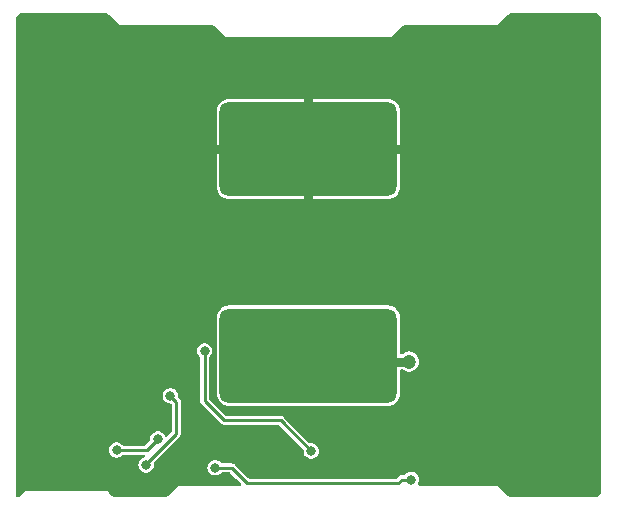
<source format=gbr>
%TF.GenerationSoftware,KiCad,Pcbnew,7.0.10*%
%TF.CreationDate,2024-03-23T21:36:50+11:00*%
%TF.ProjectId,cptibp1a-pcb,63707469-6270-4316-912d-7063622e6b69,rev?*%
%TF.SameCoordinates,Original*%
%TF.FileFunction,Copper,L2,Bot*%
%TF.FilePolarity,Positive*%
%FSLAX46Y46*%
G04 Gerber Fmt 4.6, Leading zero omitted, Abs format (unit mm)*
G04 Created by KiCad (PCBNEW 7.0.10) date 2024-03-23 21:36:50*
%MOMM*%
%LPD*%
G01*
G04 APERTURE LIST*
G04 Aperture macros list*
%AMRoundRect*
0 Rectangle with rounded corners*
0 $1 Rounding radius*
0 $2 $3 $4 $5 $6 $7 $8 $9 X,Y pos of 4 corners*
0 Add a 4 corners polygon primitive as box body*
4,1,4,$2,$3,$4,$5,$6,$7,$8,$9,$2,$3,0*
0 Add four circle primitives for the rounded corners*
1,1,$1+$1,$2,$3*
1,1,$1+$1,$4,$5*
1,1,$1+$1,$6,$7*
1,1,$1+$1,$8,$9*
0 Add four rect primitives between the rounded corners*
20,1,$1+$1,$2,$3,$4,$5,0*
20,1,$1+$1,$4,$5,$6,$7,0*
20,1,$1+$1,$6,$7,$8,$9,0*
20,1,$1+$1,$8,$9,$2,$3,0*%
G04 Aperture macros list end*
%TA.AperFunction,ComponentPad*%
%ADD10O,1.600000X0.800000*%
%TD*%
%TA.AperFunction,ComponentPad*%
%ADD11O,0.750000X1.550000*%
%TD*%
%TA.AperFunction,SMDPad,CuDef*%
%ADD12RoundRect,0.800000X-6.700000X3.200000X-6.700000X-3.200000X6.700000X-3.200000X6.700000X3.200000X0*%
%TD*%
%TA.AperFunction,SMDPad,CuDef*%
%ADD13RoundRect,0.800000X6.700000X-3.200000X6.700000X3.200000X-6.700000X3.200000X-6.700000X-3.200000X0*%
%TD*%
%TA.AperFunction,ViaPad*%
%ADD14C,0.800000*%
%TD*%
%TA.AperFunction,ViaPad*%
%ADD15C,1.200000*%
%TD*%
%TA.AperFunction,Conductor*%
%ADD16C,0.800000*%
%TD*%
%TA.AperFunction,Conductor*%
%ADD17C,0.250000*%
%TD*%
G04 APERTURE END LIST*
D10*
%TO.P,J1,S1,SHIELD*%
%TO.N,/GND*%
X-23000000Y-37300000D03*
%TO.P,J1,S2,SHIELD__1*%
X-18000000Y-37300000D03*
D11*
%TO.P,J1,S3,SHIELD__2*%
X-24025000Y-40000000D03*
%TO.P,J1,S6,SHIELD__5*%
X-16975000Y-40000000D03*
%TD*%
D12*
%TO.P,J3,1,Pin_1*%
%TO.N,/GND*%
X0Y-12000000D03*
%TD*%
D13*
%TO.P,J2,1,Pin_1*%
%TO.N,/VOUTF*%
X0Y-29500000D03*
%TD*%
D14*
%TO.N,/GND*%
X2700000Y-34200000D03*
X-23800000Y-35300000D03*
X-10400000Y-35300000D03*
X-12000000Y-35300000D03*
X-16800000Y-32900000D03*
X22900000Y-38700000D03*
X-9750000Y-32350000D03*
X7200000Y-39000000D03*
X2500000Y-39000000D03*
X4600000Y-39000000D03*
X-9300000Y-35300000D03*
X9200000Y-38700000D03*
X-13000000Y-34200000D03*
X18200000Y-38700000D03*
X7200000Y-37900000D03*
X-900000Y-37600000D03*
X4600000Y-37900000D03*
X400000Y-35700000D03*
X-4900000Y-36300000D03*
X13800000Y-38700000D03*
X-7150000Y-40000000D03*
X-13000000Y-33100000D03*
X-13000000Y-35300000D03*
%TO.N,/CHG*%
X-11700000Y-32900000D03*
X-13750000Y-38750000D03*
%TO.N,/PROG*%
X-16254505Y-37504505D03*
X-12750000Y-36550000D03*
%TO.N,/EN*%
X234641Y-37574142D03*
X-8800000Y-29100000D03*
%TO.N,/VOUTF*%
X-7900000Y-39000000D03*
D15*
X8500000Y-30000000D03*
D14*
X8700000Y-40000000D03*
%TD*%
D16*
%TO.N,/GND*%
X0Y-12000000D02*
X0Y-17000000D01*
X0Y-12000000D02*
X0Y-7000000D01*
X0Y-12000000D02*
X-9000000Y-12000000D01*
X0Y-12000000D02*
X9500000Y-12000000D01*
D17*
%TO.N,/CHG*%
X-11200000Y-33400000D02*
X-11700000Y-32900000D01*
X-13750000Y-38750000D02*
X-13750000Y-38650000D01*
X-13750000Y-38650000D02*
X-11200000Y-36100000D01*
X-11200000Y-36100000D02*
X-11200000Y-33400000D01*
%TO.N,/PROG*%
X-12750000Y-36550000D02*
X-13704505Y-37504505D01*
X-13704505Y-37504505D02*
X-16254505Y-37504505D01*
%TO.N,/EN*%
X-8800000Y-33325000D02*
X-8800000Y-29100000D01*
X-7150000Y-34975000D02*
X-8800000Y-33325000D01*
X234641Y-37574142D02*
X-2364501Y-34975000D01*
X-2364501Y-34975000D02*
X-7150000Y-34975000D01*
%TO.N,/VOUTF*%
X-5200000Y-40300000D02*
X7600000Y-40300000D01*
X7900000Y-40000000D02*
X8700000Y-40000000D01*
X-7900000Y-39000000D02*
X-6500000Y-39000000D01*
D16*
X8500000Y-30000000D02*
X0Y-30000000D01*
D17*
X7600000Y-40300000D02*
X7900000Y-40000000D01*
X-6500000Y-39000000D02*
X-5200000Y-40300000D01*
%TD*%
%TA.AperFunction,Conductor*%
%TO.N,/GND*%
G36*
X-17199047Y-501061D02*
G01*
X-17093882Y-514906D01*
X-17062616Y-523284D01*
X-16972191Y-560739D01*
X-16944157Y-576924D01*
X-16859996Y-641503D01*
X-16847809Y-652190D01*
X-16000000Y-1500000D01*
X-8215233Y-1500000D01*
X-8199047Y-1501061D01*
X-8093882Y-1514906D01*
X-8062616Y-1523284D01*
X-7972191Y-1560739D01*
X-7944157Y-1576924D01*
X-7859996Y-1641503D01*
X-7847809Y-1652190D01*
X-7000000Y-2500000D01*
X6792886Y-2500000D01*
X6792893Y-2500000D01*
X7000000Y-2500000D01*
X7847809Y-1652190D01*
X7859996Y-1641503D01*
X7944157Y-1576924D01*
X7972191Y-1560739D01*
X8062616Y-1523284D01*
X8093882Y-1514906D01*
X8199048Y-1501061D01*
X8215233Y-1500000D01*
X15793583Y-1500000D01*
X15793588Y-1500000D01*
X16000000Y-1500000D01*
X16502378Y-1000000D01*
X16852725Y-651311D01*
X16864875Y-640702D01*
X16948927Y-576469D01*
X16976889Y-560384D01*
X17067099Y-523144D01*
X17098276Y-514817D01*
X17140963Y-509214D01*
X17203139Y-501054D01*
X17219275Y-500000D01*
X24241874Y-500000D01*
X24258059Y-501061D01*
X24363223Y-514906D01*
X24394491Y-523284D01*
X24484918Y-560740D01*
X24512952Y-576925D01*
X24590602Y-636509D01*
X24613491Y-659398D01*
X24673074Y-737048D01*
X24689259Y-765081D01*
X24726715Y-855508D01*
X24735093Y-886775D01*
X24748939Y-991939D01*
X24750000Y-1008125D01*
X24750000Y-40991874D01*
X24748939Y-41008060D01*
X24735093Y-41113224D01*
X24726715Y-41144491D01*
X24689259Y-41234918D01*
X24673074Y-41262951D01*
X24613491Y-41340601D01*
X24590601Y-41363491D01*
X24512951Y-41423074D01*
X24484918Y-41439259D01*
X24394491Y-41476715D01*
X24363224Y-41485093D01*
X24269398Y-41497446D01*
X24258058Y-41498939D01*
X24241874Y-41500000D01*
X17215233Y-41500000D01*
X17199048Y-41498939D01*
X17186024Y-41497224D01*
X17093882Y-41485093D01*
X17062616Y-41476715D01*
X16972191Y-41439260D01*
X16944157Y-41423075D01*
X16859996Y-41358496D01*
X16847801Y-41347801D01*
X16146452Y-40646451D01*
X16146445Y-40646445D01*
X16000000Y-40500000D01*
X15792893Y-40500000D01*
X15792886Y-40500000D01*
X9381554Y-40500000D01*
X9314515Y-40480315D01*
X9268760Y-40427511D01*
X9258816Y-40358353D01*
X9277209Y-40311417D01*
X9276733Y-40311167D01*
X9279001Y-40306844D01*
X9279506Y-40305557D01*
X9280220Y-40304523D01*
X9336237Y-40156818D01*
X9355278Y-40000000D01*
X9336237Y-39843182D01*
X9280220Y-39695477D01*
X9190483Y-39565470D01*
X9072240Y-39460717D01*
X9072238Y-39460716D01*
X9072237Y-39460715D01*
X8932365Y-39387303D01*
X8778986Y-39349500D01*
X8778985Y-39349500D01*
X8621015Y-39349500D01*
X8621014Y-39349500D01*
X8467634Y-39387303D01*
X8327762Y-39460715D01*
X8209516Y-39565470D01*
X8207089Y-39568987D01*
X8205742Y-39570938D01*
X8151463Y-39614929D01*
X8103692Y-39624500D01*
X7951804Y-39624500D01*
X7926359Y-39621861D01*
X7915732Y-39619633D01*
X7884324Y-39623548D01*
X7868986Y-39624500D01*
X7868886Y-39624500D01*
X7848400Y-39627918D01*
X7843338Y-39628656D01*
X7833699Y-39629857D01*
X7791370Y-39635134D01*
X7783857Y-39637371D01*
X7776386Y-39639936D01*
X7730371Y-39664837D01*
X7725820Y-39667180D01*
X7678792Y-39690171D01*
X7672375Y-39694753D01*
X7666175Y-39699579D01*
X7630731Y-39738081D01*
X7627185Y-39741777D01*
X7480779Y-39888182D01*
X7419459Y-39921666D01*
X7393100Y-39924500D01*
X-4993101Y-39924500D01*
X-5060140Y-39904815D01*
X-5080782Y-39888181D01*
X-6197852Y-38771108D01*
X-6213976Y-38751254D01*
X-6219914Y-38742165D01*
X-6219915Y-38742164D01*
X-6244896Y-38722720D01*
X-6256388Y-38712574D01*
X-6256479Y-38712483D01*
X-6256489Y-38712474D01*
X-6273397Y-38700402D01*
X-6277503Y-38697341D01*
X-6318808Y-38665192D01*
X-6325729Y-38661447D01*
X-6332804Y-38657988D01*
X-6382955Y-38643057D01*
X-6387831Y-38641495D01*
X-6437338Y-38624500D01*
X-6445080Y-38623208D01*
X-6452914Y-38622231D01*
X-6503746Y-38624334D01*
X-6505193Y-38624394D01*
X-6510316Y-38624500D01*
X-7303692Y-38624500D01*
X-7370731Y-38604815D01*
X-7405742Y-38570938D01*
X-7407089Y-38568987D01*
X-7409516Y-38565470D01*
X-7527762Y-38460715D01*
X-7667634Y-38387303D01*
X-7821014Y-38349500D01*
X-7821015Y-38349500D01*
X-7978985Y-38349500D01*
X-7978986Y-38349500D01*
X-8132365Y-38387303D01*
X-8272237Y-38460715D01*
X-8272238Y-38460716D01*
X-8272240Y-38460717D01*
X-8390483Y-38565470D01*
X-8480220Y-38695477D01*
X-8536237Y-38843182D01*
X-8555278Y-39000000D01*
X-8536237Y-39156818D01*
X-8480220Y-39304523D01*
X-8390483Y-39434530D01*
X-8272240Y-39539283D01*
X-8132365Y-39612696D01*
X-7978985Y-39650500D01*
X-7821014Y-39650500D01*
X-7667634Y-39612696D01*
X-7527762Y-39539284D01*
X-7527760Y-39539283D01*
X-7409517Y-39434530D01*
X-7409515Y-39434528D01*
X-7408163Y-39432569D01*
X-7405742Y-39429061D01*
X-7351463Y-39385071D01*
X-7303692Y-39375500D01*
X-6706899Y-39375500D01*
X-6639860Y-39395185D01*
X-6619217Y-39411819D01*
X-6106537Y-39924500D01*
X-5742717Y-40288319D01*
X-5709232Y-40349642D01*
X-5714216Y-40419333D01*
X-5756088Y-40475267D01*
X-5821552Y-40499684D01*
X-5830398Y-40500000D01*
X-10792886Y-40500000D01*
X-10792893Y-40500000D01*
X-11000000Y-40500000D01*
X-11146445Y-40646445D01*
X-11146452Y-40646451D01*
X-11847801Y-41347801D01*
X-11859996Y-41358496D01*
X-11944157Y-41423075D01*
X-11972191Y-41439260D01*
X-12062616Y-41476715D01*
X-12093882Y-41485093D01*
X-12186024Y-41497224D01*
X-12199048Y-41498939D01*
X-12215233Y-41500000D01*
X-16284767Y-41500000D01*
X-16300951Y-41498939D01*
X-16312291Y-41497446D01*
X-16406117Y-41485093D01*
X-16437383Y-41476715D01*
X-16527808Y-41439260D01*
X-16555842Y-41423075D01*
X-16640003Y-41358496D01*
X-16652198Y-41347801D01*
X-16853547Y-41146451D01*
X-16853554Y-41146445D01*
X-16853558Y-41146441D01*
X-17000000Y-41000000D01*
X-17207107Y-41000000D01*
X-17207114Y-41000000D01*
X-23792886Y-41000000D01*
X-23792893Y-41000000D01*
X-24000000Y-41000000D01*
X-24146445Y-41146445D01*
X-24146451Y-41146450D01*
X-24402975Y-41402975D01*
X-24421765Y-41418396D01*
X-24489007Y-41463326D01*
X-24533702Y-41481840D01*
X-24596644Y-41494359D01*
X-24652960Y-41492507D01*
X-24654466Y-41492103D01*
X-24714116Y-41455721D01*
X-24742112Y-41404435D01*
X-24745774Y-41390770D01*
X-24750000Y-41358673D01*
X-24750000Y-37504505D01*
X-16909783Y-37504505D01*
X-16890742Y-37661323D01*
X-16834725Y-37809028D01*
X-16744988Y-37939035D01*
X-16626745Y-38043788D01*
X-16486870Y-38117201D01*
X-16333490Y-38155005D01*
X-16175519Y-38155005D01*
X-16022139Y-38117201D01*
X-15882267Y-38043789D01*
X-15882265Y-38043788D01*
X-15764022Y-37939035D01*
X-15764020Y-37939033D01*
X-15762668Y-37937074D01*
X-15760247Y-37933566D01*
X-15705968Y-37889576D01*
X-15658197Y-37880005D01*
X-13959694Y-37880005D01*
X-13892655Y-37899690D01*
X-13846900Y-37952494D01*
X-13836956Y-38021652D01*
X-13865981Y-38085208D01*
X-13924759Y-38122982D01*
X-13930019Y-38124402D01*
X-13982366Y-38137304D01*
X-14122237Y-38210715D01*
X-14122238Y-38210716D01*
X-14122240Y-38210717D01*
X-14240483Y-38315470D01*
X-14330220Y-38445477D01*
X-14353684Y-38507346D01*
X-14386237Y-38593181D01*
X-14401392Y-38717999D01*
X-14405278Y-38750000D01*
X-14386237Y-38906818D01*
X-14330220Y-39054523D01*
X-14240483Y-39184530D01*
X-14122240Y-39289283D01*
X-13982365Y-39362696D01*
X-13828985Y-39400500D01*
X-13671014Y-39400500D01*
X-13517634Y-39362696D01*
X-13377762Y-39289284D01*
X-13377760Y-39289283D01*
X-13259517Y-39184530D01*
X-13169780Y-39054523D01*
X-13149102Y-39000000D01*
X-13113762Y-38906818D01*
X-13094722Y-38750000D01*
X-13094722Y-38749999D01*
X-13111724Y-38609973D01*
X-13100263Y-38541050D01*
X-13076309Y-38507346D01*
X-10971112Y-36402149D01*
X-10951255Y-36386023D01*
X-10942164Y-36380084D01*
X-10922718Y-36355100D01*
X-10912553Y-36343590D01*
X-10912476Y-36343513D01*
X-10900403Y-36326604D01*
X-10897342Y-36322499D01*
X-10865192Y-36281192D01*
X-10861459Y-36274294D01*
X-10857987Y-36267192D01*
X-10843056Y-36217042D01*
X-10841494Y-36212165D01*
X-10824499Y-36162660D01*
X-10823203Y-36154894D01*
X-10822230Y-36147086D01*
X-10824394Y-36094793D01*
X-10824500Y-36089668D01*
X-10824500Y-33451803D01*
X-10821861Y-33426358D01*
X-10819633Y-33415732D01*
X-10819633Y-33415730D01*
X-10823548Y-33384323D01*
X-10824500Y-33368985D01*
X-10824500Y-33368885D01*
X-10827918Y-33348400D01*
X-10828657Y-33343333D01*
X-10835134Y-33291370D01*
X-10837371Y-33283857D01*
X-10839936Y-33276386D01*
X-10864837Y-33230371D01*
X-10867180Y-33225820D01*
X-10890171Y-33178792D01*
X-10894753Y-33172375D01*
X-10899579Y-33166174D01*
X-10938094Y-33130718D01*
X-10941789Y-33127172D01*
X-11015481Y-33053480D01*
X-11048966Y-32992157D01*
X-11050896Y-32950854D01*
X-11044722Y-32900001D01*
X-11044722Y-32899999D01*
X-11063762Y-32743181D01*
X-11119780Y-32595476D01*
X-11119781Y-32595475D01*
X-11209516Y-32465471D01*
X-11327762Y-32360715D01*
X-11467634Y-32287303D01*
X-11621014Y-32249500D01*
X-11621015Y-32249500D01*
X-11778985Y-32249500D01*
X-11778986Y-32249500D01*
X-11932365Y-32287303D01*
X-12072237Y-32360715D01*
X-12072238Y-32360716D01*
X-12072240Y-32360717D01*
X-12190483Y-32465470D01*
X-12280220Y-32595477D01*
X-12336237Y-32743182D01*
X-12355278Y-32900000D01*
X-12336237Y-33056818D01*
X-12280220Y-33204523D01*
X-12190483Y-33334530D01*
X-12072240Y-33439283D01*
X-12048385Y-33451803D01*
X-11932365Y-33512696D01*
X-11778985Y-33550500D01*
X-11699500Y-33550500D01*
X-11632461Y-33570185D01*
X-11586706Y-33622989D01*
X-11575500Y-33674500D01*
X-11575500Y-35893100D01*
X-11595185Y-35960139D01*
X-11611819Y-35980781D01*
X-11953527Y-36322489D01*
X-12014850Y-36355974D01*
X-12084542Y-36350990D01*
X-12140475Y-36309118D01*
X-12157150Y-36278780D01*
X-12169781Y-36245474D01*
X-12259516Y-36115471D01*
X-12377762Y-36010715D01*
X-12517634Y-35937303D01*
X-12671014Y-35899500D01*
X-12671015Y-35899500D01*
X-12828985Y-35899500D01*
X-12828986Y-35899500D01*
X-12982365Y-35937303D01*
X-13122237Y-36010715D01*
X-13122238Y-36010716D01*
X-13122240Y-36010717D01*
X-13240483Y-36115470D01*
X-13330220Y-36245477D01*
X-13386237Y-36393182D01*
X-13405278Y-36550000D01*
X-13399102Y-36600854D01*
X-13410561Y-36669773D01*
X-13434517Y-36703480D01*
X-13823724Y-37092686D01*
X-13885047Y-37126171D01*
X-13911405Y-37129005D01*
X-15658197Y-37129005D01*
X-15725236Y-37109320D01*
X-15760247Y-37075443D01*
X-15761594Y-37073492D01*
X-15764021Y-37069975D01*
X-15882267Y-36965220D01*
X-16022139Y-36891808D01*
X-16175519Y-36854005D01*
X-16175520Y-36854005D01*
X-16333490Y-36854005D01*
X-16333491Y-36854005D01*
X-16486870Y-36891808D01*
X-16626742Y-36965220D01*
X-16626743Y-36965221D01*
X-16626745Y-36965222D01*
X-16744988Y-37069975D01*
X-16834725Y-37199982D01*
X-16861134Y-37269617D01*
X-16890742Y-37347686D01*
X-16899602Y-37420660D01*
X-16909783Y-37504505D01*
X-24750000Y-37504505D01*
X-24750000Y-29100000D01*
X-9455278Y-29100000D01*
X-9436237Y-29256818D01*
X-9380220Y-29404523D01*
X-9290483Y-29534530D01*
X-9290482Y-29534531D01*
X-9217274Y-29599386D01*
X-9180147Y-29658574D01*
X-9175500Y-29692202D01*
X-9175500Y-33273196D01*
X-9178137Y-33298634D01*
X-9180367Y-33309268D01*
X-9177218Y-33334528D01*
X-9176452Y-33340675D01*
X-9175500Y-33356013D01*
X-9175500Y-33356114D01*
X-9172073Y-33376643D01*
X-9171341Y-33381673D01*
X-9164866Y-33433626D01*
X-9164865Y-33433628D01*
X-9162628Y-33441141D01*
X-9160066Y-33448606D01*
X-9160065Y-33448610D01*
X-9139143Y-33487270D01*
X-9135157Y-33494636D01*
X-9132812Y-33499193D01*
X-9109826Y-33546211D01*
X-9109823Y-33546213D01*
X-9105268Y-33552594D01*
X-9100421Y-33558820D01*
X-9100419Y-33558826D01*
X-9061890Y-33594293D01*
X-9058240Y-33597795D01*
X-7452146Y-35203889D01*
X-7436022Y-35223746D01*
X-7430084Y-35232836D01*
X-7405114Y-35252270D01*
X-7393580Y-35262456D01*
X-7393518Y-35262519D01*
X-7376553Y-35274630D01*
X-7372534Y-35277627D01*
X-7331189Y-35309809D01*
X-7331181Y-35309811D01*
X-7324278Y-35313547D01*
X-7317203Y-35317006D01*
X-7317199Y-35317010D01*
X-7267041Y-35331942D01*
X-7262218Y-35333486D01*
X-7212660Y-35350500D01*
X-7212659Y-35350500D01*
X-7212656Y-35350501D01*
X-7204924Y-35351791D01*
X-7197091Y-35352767D01*
X-7197089Y-35352768D01*
X-7197086Y-35352767D01*
X-7197086Y-35352768D01*
X-7155200Y-35351035D01*
X-7144807Y-35350605D01*
X-7139685Y-35350500D01*
X-2571400Y-35350500D01*
X-2504361Y-35370185D01*
X-2483718Y-35386819D01*
X-449874Y-37420662D01*
X-416391Y-37481983D01*
X-414461Y-37523283D01*
X-420637Y-37574142D01*
X-401596Y-37730960D01*
X-345579Y-37878665D01*
X-255842Y-38008672D01*
X-137599Y-38113425D01*
X-116684Y-38124402D01*
X2275Y-38186838D01*
X155655Y-38224642D01*
X155656Y-38224642D01*
X313626Y-38224642D01*
X467006Y-38186838D01*
X606881Y-38113425D01*
X725124Y-38008672D01*
X814861Y-37878665D01*
X870878Y-37730960D01*
X889919Y-37574142D01*
X883745Y-37523290D01*
X870878Y-37417323D01*
X844468Y-37347686D01*
X814861Y-37269619D01*
X725124Y-37139612D01*
X606881Y-37034859D01*
X606879Y-37034858D01*
X606878Y-37034857D01*
X467006Y-36961445D01*
X313627Y-36923642D01*
X313626Y-36923642D01*
X166541Y-36923642D01*
X99502Y-36903957D01*
X78860Y-36887323D01*
X-2062353Y-34746108D01*
X-2078477Y-34726254D01*
X-2084415Y-34717165D01*
X-2084416Y-34717164D01*
X-2109397Y-34697720D01*
X-2120889Y-34687574D01*
X-2120980Y-34687483D01*
X-2120990Y-34687474D01*
X-2137898Y-34675402D01*
X-2142004Y-34672341D01*
X-2183309Y-34640192D01*
X-2190230Y-34636447D01*
X-2197305Y-34632988D01*
X-2247456Y-34618057D01*
X-2252332Y-34616495D01*
X-2301839Y-34599500D01*
X-2309581Y-34598208D01*
X-2317415Y-34597231D01*
X-2368247Y-34599334D01*
X-2369694Y-34599394D01*
X-2374817Y-34599500D01*
X-6943100Y-34599500D01*
X-7010139Y-34579815D01*
X-7030781Y-34563181D01*
X-8388181Y-33205781D01*
X-8421666Y-33144458D01*
X-8424500Y-33118100D01*
X-8424500Y-32751608D01*
X-7750500Y-32751608D01*
X-7735300Y-32905934D01*
X-7675232Y-33103954D01*
X-7577685Y-33286450D01*
X-7446410Y-33446410D01*
X-7286450Y-33577685D01*
X-7103954Y-33675232D01*
X-6905934Y-33735300D01*
X-6751608Y-33750500D01*
X-6751605Y-33750500D01*
X6751605Y-33750500D01*
X6751608Y-33750500D01*
X6905934Y-33735300D01*
X7103954Y-33675232D01*
X7286450Y-33577685D01*
X7446410Y-33446410D01*
X7577685Y-33286450D01*
X7675232Y-33103954D01*
X7735300Y-32905934D01*
X7750500Y-32751608D01*
X7750500Y-30774500D01*
X7770185Y-30707461D01*
X7822989Y-30661706D01*
X7874500Y-30650500D01*
X7908089Y-30650500D01*
X7975128Y-30670185D01*
X7980976Y-30674182D01*
X8072407Y-30740612D01*
X8235733Y-30813329D01*
X8410609Y-30850500D01*
X8410610Y-30850500D01*
X8589389Y-30850500D01*
X8589391Y-30850500D01*
X8764267Y-30813329D01*
X8927593Y-30740612D01*
X9072230Y-30635526D01*
X9191859Y-30502665D01*
X9281250Y-30347835D01*
X9336497Y-30177803D01*
X9355185Y-30000000D01*
X9336497Y-29822197D01*
X9294259Y-29692202D01*
X9281252Y-29652170D01*
X9281249Y-29652164D01*
X9191859Y-29497335D01*
X9145003Y-29445296D01*
X9072235Y-29364478D01*
X9072232Y-29364476D01*
X9072231Y-29364475D01*
X9072230Y-29364474D01*
X8927593Y-29259388D01*
X8764267Y-29186671D01*
X8764265Y-29186670D01*
X8636594Y-29159533D01*
X8589391Y-29149500D01*
X8410609Y-29149500D01*
X8379954Y-29156015D01*
X8235733Y-29186670D01*
X8235728Y-29186672D01*
X8072408Y-29259388D01*
X8072403Y-29259390D01*
X7980974Y-29325818D01*
X7915168Y-29349298D01*
X7908089Y-29349500D01*
X7874500Y-29349500D01*
X7807461Y-29329815D01*
X7761706Y-29277011D01*
X7750500Y-29225500D01*
X7750500Y-26248395D01*
X7735300Y-26094067D01*
X7735300Y-26094066D01*
X7675232Y-25896046D01*
X7577685Y-25713550D01*
X7525702Y-25650209D01*
X7446410Y-25553589D01*
X7286452Y-25422317D01*
X7286453Y-25422317D01*
X7286450Y-25422315D01*
X7103954Y-25324768D01*
X6905934Y-25264700D01*
X6905932Y-25264699D01*
X6905934Y-25264699D01*
X6786805Y-25252966D01*
X6751608Y-25249500D01*
X-6751608Y-25249500D01*
X-6793116Y-25253588D01*
X-6905932Y-25264699D01*
X-7004944Y-25294734D01*
X-7103954Y-25324768D01*
X-7286450Y-25422315D01*
X-7286452Y-25422317D01*
X-7446410Y-25553589D01*
X-7525702Y-25650209D01*
X-7577685Y-25713550D01*
X-7675232Y-25896046D01*
X-7735300Y-26094066D01*
X-7750500Y-26248392D01*
X-7750500Y-32751608D01*
X-8424500Y-32751608D01*
X-8424500Y-29692202D01*
X-8404815Y-29625163D01*
X-8382726Y-29599386D01*
X-8309517Y-29534531D01*
X-8219781Y-29404524D01*
X-8219780Y-29404523D01*
X-8163762Y-29256818D01*
X-8144722Y-29100000D01*
X-8144722Y-29099999D01*
X-8163762Y-28943181D01*
X-8219780Y-28795476D01*
X-8219781Y-28795475D01*
X-8309516Y-28665471D01*
X-8427762Y-28560715D01*
X-8567634Y-28487303D01*
X-8721014Y-28449500D01*
X-8721015Y-28449500D01*
X-8878985Y-28449500D01*
X-8878986Y-28449500D01*
X-9032365Y-28487303D01*
X-9172237Y-28560715D01*
X-9172238Y-28560716D01*
X-9172240Y-28560717D01*
X-9290483Y-28665470D01*
X-9380220Y-28795477D01*
X-9436237Y-28943182D01*
X-9455278Y-29100000D01*
X-24750000Y-29100000D01*
X-24750000Y-15251584D01*
X-7750000Y-15251584D01*
X-7734808Y-15405834D01*
X-7674766Y-15603766D01*
X-7577271Y-15786166D01*
X-7577267Y-15786173D01*
X-7446055Y-15946055D01*
X-7286173Y-16077267D01*
X-7286166Y-16077271D01*
X-7103766Y-16174766D01*
X-6905834Y-16234808D01*
X-6751585Y-16250000D01*
X6751585Y-16250000D01*
X6905834Y-16234808D01*
X7103766Y-16174766D01*
X7286166Y-16077271D01*
X7286173Y-16077267D01*
X7446055Y-15946055D01*
X7577267Y-15786173D01*
X7577271Y-15786166D01*
X7674766Y-15603766D01*
X7734808Y-15405834D01*
X7750000Y-15251584D01*
X7750000Y-8748415D01*
X7734808Y-8594165D01*
X7674766Y-8396233D01*
X7577271Y-8213833D01*
X7577267Y-8213826D01*
X7446055Y-8053944D01*
X7286173Y-7922732D01*
X7286166Y-7922728D01*
X7103766Y-7825233D01*
X6905834Y-7765191D01*
X6751585Y-7750000D01*
X-6751585Y-7750000D01*
X-6905834Y-7765191D01*
X-7103766Y-7825233D01*
X-7286166Y-7922728D01*
X-7286173Y-7922732D01*
X-7446055Y-8053944D01*
X-7577267Y-8213826D01*
X-7577271Y-8213833D01*
X-7674766Y-8396233D01*
X-7734808Y-8594165D01*
X-7750000Y-8748415D01*
X-7750000Y-15251584D01*
X-24750000Y-15251584D01*
X-24750000Y-1008125D01*
X-24748939Y-991939D01*
X-24735093Y-886775D01*
X-24726715Y-855508D01*
X-24689259Y-765081D01*
X-24673074Y-737048D01*
X-24613491Y-659398D01*
X-24590602Y-636509D01*
X-24512951Y-576925D01*
X-24484918Y-560740D01*
X-24394491Y-523284D01*
X-24363223Y-514906D01*
X-24258059Y-501061D01*
X-24241874Y-500000D01*
X-17215233Y-500000D01*
X-17199047Y-501061D01*
G37*
%TD.AperFunction*%
%TD*%
M02*

</source>
